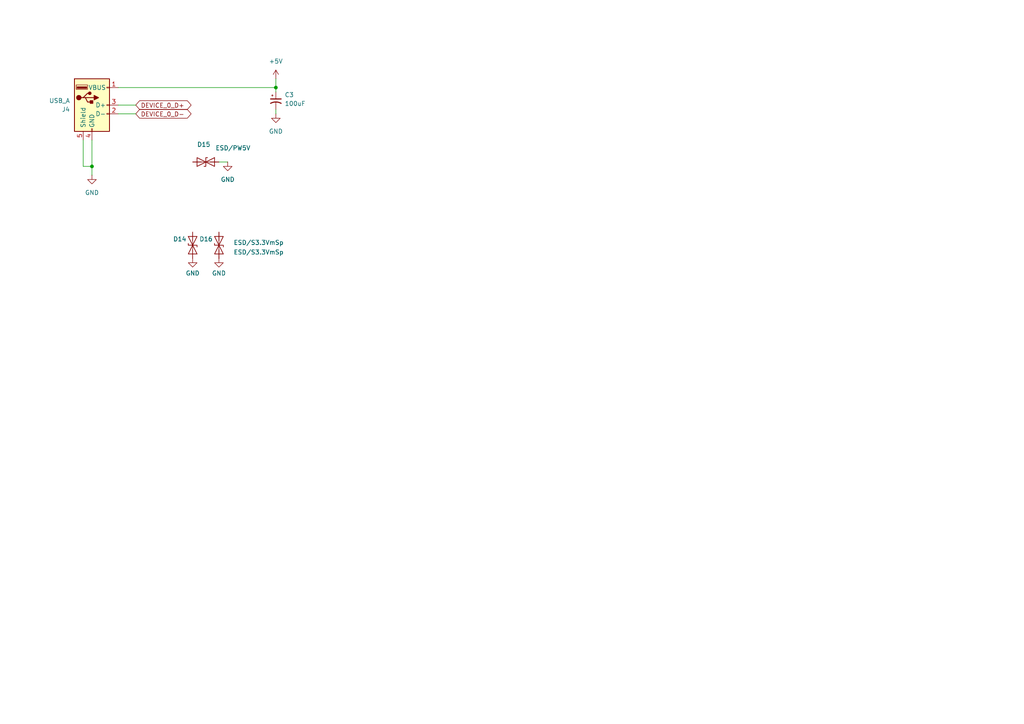
<source format=kicad_sch>
(kicad_sch (version 20250114) (generator "eeschema") (generator_version "9.0")
  (paper "A4")
  (lib_symbols
    (symbol "Connector:USB_A" (pin_names (offset 1.016))
      (property "Reference" "J" (at -5.08 11.43 0))
      (property "Value" "USB_A" (at -5.08 8.89 0))
      (symbol "USB_A_0_1"
        (rectangle (start -5.08 -7.62) (end 5.08 7.62) (stroke (width 0.254)) (fill (type background)))
        (circle (center -3.81 2.159) (radius 0.635) (stroke (width 0.254)) (fill (type outline)))
        (polyline (pts (xy -3.175 2.159) (xy -2.54 2.159) (xy -1.27 3.429) (xy -0.635 3.429)) (stroke (width 0.254)))
        (polyline (pts (xy -2.54 2.159) (xy -1.905 2.159) (xy -1.27 0.889) (xy 0 0.889)) (stroke (width 0.254)))
        (rectangle (start -1.524 4.826) (end -4.318 5.334) (fill (type outline)))
        (rectangle (start -1.27 4.572) (end -4.572 5.842))
        (circle (center -0.635 3.429) (radius 0.381) (stroke (width 0.254)) (fill (type outline)))
        (rectangle (start -0.127 -7.62) (end 0.127 -6.858))
        (rectangle (start 0.254 1.27) (end -0.508 0.508) (stroke (width 0.254)) (fill (type outline)))
        (polyline (pts (xy 0.635 2.794) (xy 0.635 1.524) (xy 1.905 2.159) (xy 0.635 2.794)) (stroke (width 0.254)) (fill (type outline)))
        (rectangle (start 5.08 4.953) (end 4.318 5.207))
        (rectangle (start 5.08 -0.127) (end 4.318 0.127))
        (rectangle (start 5.08 -2.667) (end 4.318 -2.413))
      )
      (symbol "USB_A_1_1"
        (polyline (pts (xy -1.905 2.159) (xy 0.635 2.159)) (stroke (width 0.254)))
        (pin passive line (at -2.54 -10.16 90) (length 2.54) (name "Shield") (number "5"))
        (pin power_in line (at 0 -10.16 90) (length 2.54) (name "GND") (number "4"))
        (pin power_in line (at 7.62 5.08 180) (length 2.54) (name "VBUS") (number "1"))
        (pin bidirectional line (at 7.62 0 180) (length 2.54) (name "D+") (number "3"))
        (pin bidirectional line (at 7.62 -2.54 180) (length 2.54) (name "D-") (number "2"))
      )
    )
    (symbol "Device:C_Polarized_Small_US" (pin_numbers (hide yes)) (pin_names (offset 0.254) (hide yes))
      (property "Reference" "C" (at 0.254 1.778 0))
      (property "Value" "C_Polarized_Small_US" (at 0.254 -2.032 0))
      (symbol "C_Polarized_Small_US_0_1"
        (polyline (pts (xy -1.524 0.508) (xy 1.524 0.508)) (stroke (width 0.3048)))
        (polyline (pts (xy -1.27 1.524) (xy -0.762 1.524)))
        (polyline (pts (xy -1.016 1.27) (xy -1.016 1.778)))
        (arc (start -1.524 -0.762) (mid 0 -0.3734) (end 1.524 -0.762) (stroke (width 0.3048)))
      )
      (symbol "C_Polarized_Small_US_1_1"
        (pin passive line (at 0 2.54 270) (length 2.032) (name "~") (number "1"))
        (pin passive line (at 0 -2.54 90) (length 2.032) (name "~") (number "2"))
      )
    )
    (symbol "Diode:ESD9B5.0ST5G" (pin_numbers (hide yes)) (pin_names (offset 1.016) (hide yes))
      (property "Reference" "D" (at 0 2.54 0))
      (property "Value" "ESD9B5.0ST5G" (at 0 -2.54 0))
      (symbol "ESD9B5.0ST5G_0_1"
        (polyline (pts (xy -2.54 -1.27) (xy 0 0) (xy -2.54 1.27) (xy -2.54 -1.27)) (stroke (width 0.2032)))
        (polyline (pts (xy 0.508 1.27) (xy 0 1.27) (xy 0 -1.27) (xy -0.508 -1.27)) (stroke (width 0.2032)))
        (polyline (pts (xy 1.27 0) (xy -1.27 0)))
        (polyline (pts (xy 2.54 1.27) (xy 2.54 -1.27) (xy 0 0) (xy 2.54 1.27)) (stroke (width 0.2032)))
      )
      (symbol "ESD9B5.0ST5G_1_1"
        (pin passive line (at -3.81 0 0) (length 2.54) (name "A1") (number "1"))
        (pin passive line (at 3.81 0 180) (length 2.54) (name "A2") (number "2"))
      )
    )
    (symbol "GND_1" (power) (pin_numbers (hide yes)) (pin_names (offset 0) (hide yes))
      (property "Value" "GND" (at 0 -3.81 0))
      (symbol "GND_1_0_1"
        (polyline (pts (xy 0 0) (xy 0 -1.27) (xy 1.27 -1.27) (xy 0 -2.54) (xy -1.27 -1.27) (xy 0 -1.27)))
      )
      (symbol "GND_1_1_1"
        (pin power_in line (at 0 0 270) (length 0) (name "~") (number "1"))
      )
    )
    (symbol "power:+5V" (power) (pin_numbers (hide yes)) (pin_names (offset 0) (hide yes))
      (property "Value" "+5V" (at 0 3.556 0))
      (symbol "+5V_0_1"
        (polyline (pts (xy -0.762 1.27) (xy 0 2.54)))
        (polyline (pts (xy 0 2.54) (xy 0.762 1.27)))
        (polyline (pts (xy 0 0) (xy 0 2.54)))
      )
      (symbol "+5V_1_1"
        (pin power_in line (at 0 0 90) (length 0) (name "~") (number "1"))
      )
    )
    (symbol "power:GND" (power) (pin_numbers (hide yes)) (pin_names (offset 0) (hide yes))
      (property "Value" "GND" (at 0 -3.81 0))
      (symbol "GND_0_1"
        (polyline (pts (xy 0 0) (xy 0 -1.27) (xy 1.27 -1.27) (xy 0 -2.54) (xy -1.27 -1.27) (xy 0 -1.27)))
      )
      (symbol "GND_1_1"
        (pin power_in line (at 0 0 270) (length 0) (name "~") (number "1"))
      )
    )
  )
  (junction (at 26.67 48.26))
  (junction (at 80.01 25.4))
  (wire (pts (xy 26.67 48.26) (xy 26.67 40.64)))
  (wire (pts (xy 63.5 46.99) (xy 66.04 46.99)))
  (wire (pts (xy 26.67 48.26) (xy 24.13 48.26)))
  (wire (pts (xy 80.01 26.67) (xy 80.01 25.4)))
  (wire (pts (xy 34.29 25.4) (xy 80.01 25.4)))
  (wire (pts (xy 80.01 22.86) (xy 80.01 25.4)))
  (wire (pts (xy 34.29 30.48) (xy 39.37 30.48)))
  (wire (pts (xy 34.29 33.02) (xy 39.37 33.02)))
  (wire (pts (xy 80.01 31.75) (xy 80.01 33.02)))
  (wire (pts (xy 26.67 50.8) (xy 26.67 48.26)))
  (wire (pts (xy 24.13 40.64) (xy 24.13 48.26)))
  (global_label "DEVICE_0_D+" (shape bidirectional) (at 39.37 30.48 0) (property "Intersheetrefs" "${INTERSHEET_REFS}" (effects (hide yes))))
  (global_label "DEVICE_0_D-" (shape bidirectional) (at 39.37 33.02 0) (property "Intersheetrefs" "${INTERSHEET_REFS}" (effects (hide yes))))
  (symbol (lib_id "power:GND") (at 26.67 50.8 0) (unit 1)
    (property "Reference" "#PWR032" (effects (hide yes)))
    (property "Value" "GND" (at 26.67 55.88 0))
    (property "Description" "Power symbol creates a global label with name \"GND\" , ground" (effects (hide yes)))
  )
  (symbol (lib_name "GND_1") (lib_id "power:GND") (at 55.88 74.93 0) (unit 1)
    (property "Reference" "#PWR044" (effects (hide yes)))
    (property "Value" "GND" (at 55.88 79.248 0))
    (property "Description" "Power symbol creates a global label with name \"GND\" , ground" (effects (hide yes)))
  )
  (symbol (lib_id "Diode:ESD9B5.0ST5G") (at 59.69 46.99 0) (unit 1)
    (property "Reference" "D15" (at 57.15 41.91 0) (effects (justify left)))
    (property "Value" "ESD/PW5V" (at 62.484 42.926 0) (effects (justify left)))
    (property "Footprint" "EASYEDA:X3-DFN0603-2_L0.6-W0.3-BI" (effects (hide yes)))
    (property "Datasheet" "https://www.onsemi.com/pub/Collateral/ESD9B-D.PDF" (effects (hide yes)))
    (property "LCSC" "C7420372" (effects (hide yes)))
  )
  (symbol (lib_id "Diode:ESD9B5.0ST5G") (at 55.88 71.12 90) (unit 1)
    (property "Reference" "D14" (at 54.102 69.342 90) (effects (justify left)))
    (property "Value" "ESD/S3.3VmSp" (at 82.296 70.358 90) (effects (justify left)))
    (property "Footprint" "EASYEDA:DFN1006-2L_L1.0-W0.6-P0.60-BI" (effects (hide yes)))
    (property "Datasheet" "https://www.onsemi.com/pub/Collateral/ESD9B-D.PDF" (effects (hide yes)))
    (property "LCSC" "C20617909" (effects (hide yes)))
  )
  (symbol (lib_name "GND_1") (lib_id "power:GND") (at 66.04 46.99 0) (unit 1)
    (property "Reference" "#PWR046" (effects (hide yes)))
    (property "Value" "GND" (at 66.04 52.07 0))
    (property "Description" "Power symbol creates a global label with name \"GND\" , ground" (effects (hide yes)))
  )
  (symbol (lib_id "power:+5V") (at 80.01 22.86 0) (unit 1)
    (property "Reference" "#PWR034" (effects (hide yes)))
    (property "Value" "+5V" (at 80.01 17.78 0))
    (property "Description" "Power symbol creates a global label with name \"+5V\"" (effects (hide yes)))
  )
  (symbol (lib_id "Connector:USB_A") (at 26.67 30.48 0) (unit 1)
    (property "Reference" "J4" (at 20.32 31.75 0) (effects (justify right)))
    (property "Value" "USB_A" (at 20.32 29.21 0) (effects (justify right)))
    (property "Footprint" "Connector_USB:USB_A_Kycon_KUSBX-AS1N-B_Horizontal" (effects (hide yes)))
    (property "LCSC" "XXX" (effects (hide yes)))
  )
  (symbol (lib_id "Diode:ESD9B5.0ST5G") (at 63.5 71.12 90) (unit 1)
    (property "Reference" "D16" (at 61.722 69.342 90) (effects (justify left)))
    (property "Value" "ESD/S3.3VmSp" (at 82.296 73.152 90) (effects (justify left)))
    (property "Footprint" "EASYEDA:DFN1006-2L_L1.0-W0.6-P0.60-BI" (effects (hide yes)))
    (property "Datasheet" "https://www.onsemi.com/pub/Collateral/ESD9B-D.PDF" (effects (hide yes)))
    (property "LCSC" "C20617909" (effects (hide yes)))
  )
  (symbol (lib_name "GND_1") (lib_id "power:GND") (at 63.5 74.93 0) (unit 1)
    (property "Reference" "#PWR045" (effects (hide yes)))
    (property "Value" "GND" (at 63.5 79.248 0))
    (property "Description" "Power symbol creates a global label with name \"GND\" , ground" (effects (hide yes)))
  )
  (symbol (lib_id "Device:C_Polarized_Small_US") (at 80.01 29.21 0) (unit 1)
    (property "Reference" "C3" (at 82.55 27.5082 0) (effects (justify left)))
    (property "Value" "100uF" (at 82.55 30.0482 0) (effects (justify left)))
    (property "Footprint" "Capacitor_SMD:C_Elec_6.3x5.4" (effects (hide yes)))
  )
  (symbol (lib_id "power:GND") (at 80.01 33.02 0) (unit 1)
    (property "Reference" "#PWR033" (effects (hide yes)))
    (property "Value" "GND" (at 80.01 38.1 0))
    (property "Description" "Power symbol creates a global label with name \"GND\" , ground" (effects (hide yes)))
  )
)
</source>
